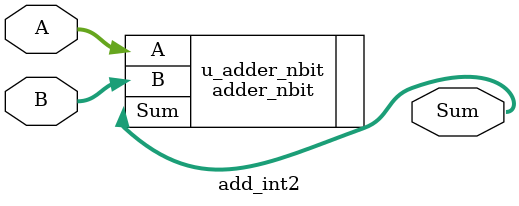
<source format=v>

module add_int2 #(
    parameter WIDTH = 2
)(
    input [WIDTH-1:0] A,
    input [WIDTH-1:0] B,
    output [WIDTH-1:0] Sum
);
    adder_nbit #(
        .WIDTH(WIDTH)
    ) u_adder_nbit (
        .A(A),
        .B(B),
        .Sum(Sum)
    );
endmodule

</source>
